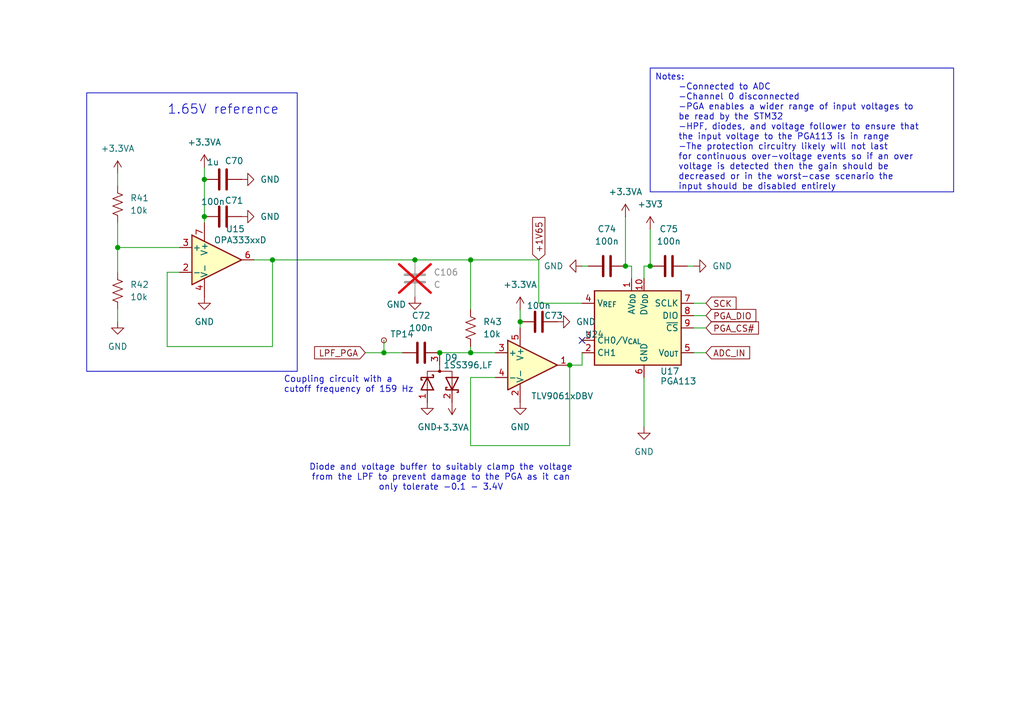
<source format=kicad_sch>
(kicad_sch (version 20231120) (generator "eeschema") (generator_version "8.0")
  (paper "A5")
  (title_block (title "RM") (date "2025-01-17") (rev "1.3") (company "Programmable Gain Amplifier"))
  (lib_symbols
    (symbol "UAM_symbols:C" (pin_numbers hide) (pin_names (offset 0.254))
      (property "Reference" "C" (at 0.635 2.54 0))
      (property "Value" "C" (at 0.635 -2.54 0))
      (symbol "C_0_1"
        (polyline (pts (xy -2.032 -0.762) (xy 2.032 -0.762)) (stroke (width 0.508)))
        (polyline (pts (xy -2.032 0.762) (xy 2.032 0.762)) (stroke (width 0.508)))
      )
      (symbol "C_1_1"
        (pin passive line (at 0 3.81 270) (length 2.794) (name "~") (number "1"))
        (pin passive line (at 0 -3.81 90) (length 2.794) (name "~") (number "2"))
      )
    )
    (symbol "UAM_symbols:D_Schottky_Dual_Series_AKC_Parallel" (pin_names (offset 0.762) hide)
      (property "Reference" "D" (at 0 5.08 0))
      (property "Value" "D_Schottky_Dual_Series_AKC_Parallel" (at 0 -5.08 0))
      (symbol "D_Schottky_Dual_Series_AKC_Parallel_0_1"
        (circle (center -1.27 0) (radius 0.254) (fill (type outline)))
        (polyline (pts (xy -1.27 0) (xy -2.54 0)))
        (polyline (pts (xy 2.54 2.54) (xy -1.27 2.54) (xy -1.27 -2.54) (xy 2.54 -2.54)))
        (polyline (pts (xy -0.508 -1.524) (xy -0.508 -1.27) (xy 0 -1.27) (xy 0 -3.81) (xy 0.508 -3.81) (xy 0.508 -3.556)) (stroke (width 0.254)))
        (polyline (pts (xy 0 3.81) (xy 2.54 2.54) (xy 0 1.27) (xy 0 3.81) (xy 0 3.81) (xy 0 3.81)) (stroke (width 0.254)))
        (polyline (pts (xy 2.54 -1.27) (xy 0 -2.54) (xy 2.54 -3.81) (xy 2.54 -1.27) (xy 2.54 -1.27) (xy 2.54 -1.27)) (stroke (width 0.254)))
        (polyline (pts (xy 3.048 3.556) (xy 3.048 3.81) (xy 2.54 3.81) (xy 2.54 1.27) (xy 2.032 1.27) (xy 2.032 1.524)) (stroke (width 0.254)))
        (pin passive line (at 5.08 -2.54 180) (length 2.54) (name "K") (number "1"))
        (pin passive line (at 5.08 2.54 180) (length 2.54) (name "K") (number "2"))
        (pin passive line (at -5.08 0 0) (length 2.54) (name "A") (number "3"))
      )
    )
    (symbol "UAM_symbols:OPA333xxD" (pin_names (offset 0.127))
      (property "Reference" "U" (at 0 6.35 0))
      (property "Value" "OPA333xxD" (at 0 3.81 0))
      (symbol "OPA333xxD_0_1"
        (polyline (pts (xy -5.08 5.08) (xy 5.08 0) (xy -5.08 -5.08) (xy -5.08 5.08)) (stroke (width 0.254)) (fill (type background)))
      )
      (symbol "OPA333xxD_1_1"
        (pin no_connect line (at -2.54 2.54 270) (length 2.54) hide (name "NC") (number "1"))
        (pin input line (at -7.62 -2.54 0) (length 2.54) (name "-") (number "2"))
        (pin input line (at -7.62 2.54 0) (length 2.54) (name "+") (number "3"))
        (pin power_in line (at -2.54 -7.62 90) (length 3.81) (name "V-") (number "4"))
        (pin no_connect line (at 0 2.54 270) (length 2.54) hide (name "NC") (number "5"))
        (pin output line (at 7.62 0 180) (length 2.54) (name "~") (number "6"))
        (pin power_in line (at -2.54 7.62 270) (length 3.81) (name "V+") (number "7"))
        (pin no_connect line (at 0 -2.54 90) (length 2.54) hide (name "NC") (number "8"))
      )
    )
    (symbol "UAM_symbols:PGA113"
      (property "Reference" "U" (at -8.89 8.89 0))
      (property "Value" "PGA113" (at 7.62 8.89 0))
      (symbol "PGA113_0_1"
        (rectangle (start -10.16 7.62) (end 7.62 -7.62) (stroke (width 0.254)) (fill (type background)))
      )
      (symbol "PGA113_1_1"
        (pin power_in line (at -2.54 10.16 270) (length 2.54) (name "AV_{DD}") (number "1"))
        (pin power_in line (at 0 10.16 270) (length 2.54) (name "DV_{DD}") (number "10"))
        (pin input line (at -12.7 -5.08 0) (length 2.54) (name "CH1") (number "2"))
        (pin input line (at -12.7 -2.54 0) (length 2.54) (name "CH0/V_{CAL}") (number "3"))
        (pin input line (at -12.7 5.08 0) (length 2.54) (name "V_{REF}") (number "4"))
        (pin output line (at 10.16 -5.08 180) (length 2.54) (name "V_{OUT}") (number "5"))
        (pin power_in line (at 0 -10.16 90) (length 2.54) (name "GND") (number "6"))
        (pin input line (at 10.16 5.08 180) (length 2.54) (name "SCLK") (number "7"))
        (pin bidirectional line (at 10.16 2.54 180) (length 2.54) (name "DIO") (number "8"))
        (pin input line (at 10.16 0 180) (length 2.54) (name "~{CS}") (number "9"))
      )
    )
    (symbol "UAM_symbols:R_US" (pin_numbers hide) (pin_names (offset 0))
      (property "Reference" "R" (at 2.54 0 90))
      (property "Value" "R_US" (at -2.54 0 90))
      (symbol "R_US_0_1"
        (polyline (pts (xy 0 -2.286) (xy 0 -2.54)))
        (polyline (pts (xy 0 2.286) (xy 0 2.54)))
        (polyline (pts (xy 0 -0.762) (xy 1.016 -1.143) (xy 0 -1.524) (xy -1.016 -1.905) (xy 0 -2.286)))
        (polyline (pts (xy 0 0.762) (xy 1.016 0.381) (xy 0 0) (xy -1.016 -0.381) (xy 0 -0.762)))
        (polyline (pts (xy 0 2.286) (xy 1.016 1.905) (xy 0 1.524) (xy -1.016 1.143) (xy 0 0.762)))
      )
      (symbol "R_US_1_1"
        (pin passive line (at 0 3.81 270) (length 1.27) (name "~") (number "1"))
        (pin passive line (at 0 -3.81 90) (length 1.27) (name "~") (number "2"))
      )
    )
    (symbol "UAM_symbols:TLV9061xDBV" (pin_names (offset 0.127))
      (property "Reference" "U" (at -1.27 6.35 0))
      (property "Value" "TLV9061xDBV" (at -1.27 3.81 0))
      (symbol "TLV9061xDBV_0_1"
        (polyline (pts (xy -5.08 5.08) (xy 5.08 0) (xy -5.08 -5.08) (xy -5.08 5.08)) (stroke (width 0.254)) (fill (type background)))
        (pin power_in line (at -2.54 -7.62 90) (length 3.81) (name "V-") (number "2"))
        (pin power_in line (at -2.54 7.62 270) (length 3.81) (name "V+") (number "5"))
      )
      (symbol "TLV9061xDBV_1_1"
        (pin output line (at 7.62 0 180) (length 2.54) (name "~") (number "1"))
        (pin input line (at -7.62 2.54 0) (length 2.54) (name "+") (number "3"))
        (pin input line (at -7.62 -2.54 0) (length 2.54) (name "-") (number "4"))
      )
    )
    (symbol "UAM_symbols:TestPoint_Small" (pin_numbers hide) (pin_names (offset 0.762) hide)
      (property "Reference" "TP" (at 0 3.81 0))
      (property "Value" "TestPoint_Small" (at 0 2.032 0))
      (symbol "TestPoint_Small_0_1"
        (circle (center 0 0) (radius 0.508))
      )
      (symbol "TestPoint_Small_1_1"
        (pin passive line (at 0 0 90) (length 0) (name "1") (number "1"))
      )
    )
    (symbol "power:+3.3V" (power) (pin_numbers hide) (pin_names (offset 0) hide)
      (property "Value" "+3.3V" (at 0 3.556 0))
      (symbol "+3.3V_0_1"
        (polyline (pts (xy -0.762 1.27) (xy 0 2.54)))
        (polyline (pts (xy 0 0) (xy 0 2.54)))
        (polyline (pts (xy 0 2.54) (xy 0.762 1.27)))
      )
      (symbol "+3.3V_1_1"
        (pin power_in line (at 0 0 90) (length 0) (name "~") (number "1"))
      )
    )
    (symbol "power:+3.3VA" (power) (pin_numbers hide) (pin_names (offset 0) hide)
      (property "Value" "+3.3VA" (at 0 3.556 0))
      (symbol "+3.3VA_0_1"
        (polyline (pts (xy -0.762 1.27) (xy 0 2.54)))
        (polyline (pts (xy 0 0) (xy 0 2.54)))
        (polyline (pts (xy 0 2.54) (xy 0.762 1.27)))
      )
      (symbol "+3.3VA_1_1"
        (pin power_in line (at 0 0 90) (length 0) (name "~") (number "1"))
      )
    )
    (symbol "power:+3V3" (power) (pin_numbers hide) (pin_names (offset 0) hide)
      (property "Value" "+3V3" (at 0 3.556 0))
      (symbol "+3V3_0_1"
        (polyline (pts (xy -0.762 1.27) (xy 0 2.54)))
        (polyline (pts (xy 0 0) (xy 0 2.54)))
        (polyline (pts (xy 0 2.54) (xy 0.762 1.27)))
      )
      (symbol "+3V3_1_1"
        (pin power_in line (at 0 0 90) (length 0) (name "~") (number "1"))
      )
    )
    (symbol "power:GND" (power) (pin_numbers hide) (pin_names (offset 0) hide)
      (property "Value" "GND" (at 0 -3.81 0))
      (symbol "GND_0_1"
        (polyline (pts (xy 0 0) (xy 0 -1.27) (xy 1.27 -1.27) (xy 0 -2.54) (xy -1.27 -1.27) (xy 0 -1.27)))
      )
      (symbol "GND_1_1"
        (pin power_in line (at 0 0 270) (length 0) (name "~") (number "1"))
      )
    )
  )
  (junction (at 24.13 50.8))
  (junction (at 90.17 72.39))
  (junction (at 96.52 72.39))
  (junction (at 41.91 44.45))
  (junction (at 41.91 36.83))
  (junction (at 106.68 66.04))
  (junction (at 96.52 53.34))
  (junction (at 78.74 72.39))
  (junction (at 116.84 74.93))
  (junction (at 133.35 54.61))
  (junction (at 128.27 54.61))
  (junction (at 85.09 53.34))
  (junction (at 55.88 53.34))
  (no_connect (at 119.38 69.85))
  (wire (pts (xy 144.78 67.31) (xy 142.24 67.31)))
  (wire (pts (xy 36.83 50.8) (xy 24.13 50.8)))
  (wire (pts (xy 24.13 50.8) (xy 24.13 55.88)))
  (wire (pts (xy 144.78 72.39) (xy 142.24 72.39)))
  (wire (pts (xy 78.74 72.39) (xy 82.55 72.39)))
  (wire (pts (xy 106.68 63.5) (xy 106.68 66.04)))
  (wire (pts (xy 34.29 71.12) (xy 55.88 71.12)))
  (wire (pts (xy 128.27 44.45) (xy 128.27 54.61)))
  (wire (pts (xy 119.38 54.61) (xy 120.65 54.61)))
  (wire (pts (xy 55.88 53.34) (xy 52.07 53.34)))
  (wire (pts (xy 96.52 72.39) (xy 101.6 72.39)))
  (wire (pts (xy 140.97 54.61) (xy 142.24 54.61)))
  (wire (pts (xy 96.52 71.12) (xy 96.52 72.39)))
  (wire (pts (xy 116.84 91.44) (xy 116.84 74.93)))
  (wire (pts (xy 24.13 35.56) (xy 24.13 38.1)))
  (wire (pts (xy 119.38 74.93) (xy 116.84 74.93)))
  (wire (pts (xy 55.88 53.34) (xy 55.88 71.12)))
  (wire (pts (xy 41.91 34.29) (xy 41.91 36.83)))
  (wire (pts (xy 110.49 53.34) (xy 110.49 62.23)))
  (wire (pts (xy 96.52 77.47) (xy 96.52 91.44)))
  (wire (pts (xy 85.09 53.34) (xy 96.52 53.34)))
  (wire (pts (xy 128.27 54.61) (xy 129.54 54.61)))
  (wire (pts (xy 133.35 46.99) (xy 133.35 54.61)))
  (wire (pts (xy 74.93 72.39) (xy 78.74 72.39)))
  (wire (pts (xy 144.78 62.23) (xy 142.24 62.23)))
  (wire (pts (xy 34.29 55.88) (xy 34.29 71.12)))
  (wire (pts (xy 110.49 62.23) (xy 119.38 62.23)))
  (wire (pts (xy 106.68 66.04) (xy 106.68 67.31)))
  (wire (pts (xy 129.54 54.61) (xy 129.54 57.15)))
  (wire (pts (xy 119.38 72.39) (xy 119.38 74.93)))
  (wire (pts (xy 36.83 55.88) (xy 34.29 55.88)))
  (wire (pts (xy 144.78 64.77) (xy 142.24 64.77)))
  (wire (pts (xy 132.08 77.47) (xy 132.08 87.63)))
  (wire (pts (xy 96.52 91.44) (xy 116.84 91.44)))
  (wire (pts (xy 41.91 36.83) (xy 41.91 44.45)))
  (wire (pts (xy 101.6 77.47) (xy 96.52 77.47)))
  (wire (pts (xy 24.13 63.5) (xy 24.13 66.04)))
  (wire (pts (xy 78.74 69.85) (xy 78.74 72.39)))
  (wire (pts (xy 133.35 54.61) (xy 132.08 54.61)))
  (wire (pts (xy 132.08 54.61) (xy 132.08 57.15)))
  (wire (pts (xy 96.52 53.34) (xy 110.49 53.34)))
  (wire (pts (xy 55.88 53.34) (xy 85.09 53.34)))
  (wire (pts (xy 96.52 53.34) (xy 96.52 63.5)))
  (wire (pts (xy 90.17 72.39) (xy 96.52 72.39)))
  (wire (pts (xy 24.13 50.8) (xy 24.13 45.72)))
  (wire (pts (xy 41.91 44.45) (xy 41.91 45.72)))
  (rectangle (start 17.78 19.05) (end 60.96 76.2))
  (text_box "Notes:\n	-Connected to ADC\n	-Channel 0 disconnected\n	-PGA enables a wider range of input voltages to\n	be read by the STM32\n	-HPF, diodes, and voltage follower to ensure that\n	the input voltage to the PGA113 is in range\n	-The protection circuitry likely will not last\n	for continuous over-voltage events so if an over\n	voltage is detected then the gain should be\n	decreased or in the worst-case scenario the\n	input should be disabled entirely\n" (at 133.35 13.97 0) (size 62.23 25.4) (effects (font (size 1.27 1.27)) (justify left top)))
  (text "1.65V reference" (at 34.29 22.606 0) (effects (font (size 1.905 1.905)) (justify left)))
  (text "Diode and voltage buffer to suitably clamp the voltage\nfrom the LPF to prevent damage to the PGA as it can\nonly tolerate -0.1 - 3.4V" (at 90.424 98.044 0) (effects (font (size 1.27 1.27))))
  (text "Coupling circuit with a \ncutoff frequency of 159 Hz" (at 58.166 78.994 0) (effects (font (size 1.27 1.27)) (justify left)))
  (global_label "SCK" (shape input) (at 144.78 62.23 0) (property "Intersheetrefs" "${INTERSHEET_REFS}" (effects (hide yes))))
  (global_label "PGA_CS#" (shape input) (at 144.78 67.31 0) (property "Intersheetrefs" "${INTERSHEET_REFS}" (effects (hide yes))))
  (global_label "ADC_IN" (shape input) (at 144.78 72.39 0) (property "Intersheetrefs" "${INTERSHEET_REFS}" (effects (hide yes))))
  (global_label "+1V65" (shape input) (at 110.49 53.34 90) (property "Intersheetrefs" "${INTERSHEET_REFS}" (effects (hide yes))))
  (global_label "PGA_DIO" (shape input) (at 144.78 64.77 0) (property "Intersheetrefs" "${INTERSHEET_REFS}" (effects (hide yes))))
  (global_label "LPF_PGA" (shape input) (at 74.93 72.39 180) (property "Intersheetrefs" "${INTERSHEET_REFS}" (effects (hide yes))))
  (symbol (lib_id "power:GND") (at 132.08 87.63 0) (unit 1)
    (property "Reference" "#PWR0121" (effects (hide yes)))
    (property "Value" "GND" (at 132.08 92.71 0))
    (property "Description" "Power symbol creates a global label with name \"GND\" , ground" (effects (hide yes)))
  )
  (symbol (lib_id "power:GND") (at 24.13 66.04 0) (unit 1)
    (property "Reference" "#PWR0111" (effects (hide yes)))
    (property "Value" "GND" (at 24.13 71.12 0))
    (property "Description" "Power symbol creates a global label with name \"GND\" , ground" (effects (hide yes)))
  )
  (symbol (lib_id "power:GND") (at 106.68 82.55 0) (unit 1)
    (property "Reference" "#PWR0117" (effects (hide yes)))
    (property "Value" "GND" (at 106.68 87.63 0))
    (property "Description" "Power symbol creates a global label with name \"GND\" , ground" (effects (hide yes)))
  )
  (symbol (lib_id "power:+3.3V") (at 41.91 34.29 0) (unit 1)
    (property "Reference" "#PWR0112" (effects (hide yes)))
    (property "Value" "+3.3VA" (at 41.91 29.21 0))
    (property "Description" "Power symbol creates a global label with name \"+3.3V\"" (effects (hide yes)))
  )
  (symbol (lib_id "power:GND") (at 119.38 54.61 270) (unit 1)
    (property "Reference" "#PWR0119" (effects (hide yes)))
    (property "Value" "GND" (at 115.57 54.6099 90) (effects (justify right)))
    (property "Description" "Power symbol creates a global label with name \"GND\" , ground" (effects (hide yes)))
  )
  (symbol (lib_id "UAM_symbols:C") (at 85.09 57.15 0) (unit 1) (in_bom no) (dnp yes)
    (property "Reference" "C106" (at 88.9 55.8799 0) (effects (justify left)))
    (property "Value" "C" (at 88.9 58.4199 0) (effects (justify left)))
    (property "Footprint" "Capacitor_SMD:C_0603_1608Metric_Pad1.08x0.95mm_HandSolder" (effects (hide yes)))
    (property "Description" "Unpolarized capacitor" (effects (hide yes)))
  )
  (symbol (lib_id "power:GND") (at 114.3 66.04 90) (unit 1)
    (property "Reference" "#PWR0118" (effects (hide yes)))
    (property "Value" "GND" (at 118.11 66.0399 90) (effects (justify right)))
    (property "Description" "Power symbol creates a global label with name \"GND\" , ground" (effects (hide yes)))
  )
  (symbol (lib_id "power:GND") (at 49.53 36.83 90) (unit 1)
    (property "Reference" "#PWR0165" (effects (hide yes)))
    (property "Value" "GND" (at 53.34 36.8299 90) (effects (justify right)))
    (property "Description" "Power symbol creates a global label with name \"GND\" , ground" (effects (hide yes)))
  )
  (symbol (lib_id "UAM_symbols:TestPoint_Small") (at 78.74 69.85 0) (unit 1)
    (property "Reference" "TP14" (at 80.01 68.5799 0) (effects (justify left)))
    (property "Value" "TestPoint_Small" (effects (hide yes)))
    (property "Footprint" "TestPoint:TestPoint_Pad_D1.0mm" (effects (hide yes)))
    (property "Description" "test point" (effects (hide yes)))
  )
  (symbol (lib_id "UAM_symbols:D_Schottky_Dual_Series_AKC_Parallel") (at 90.17 77.47 270) (unit 1)
    (property "Reference" "D9" (at 91.186 73.406 90) (effects (justify left)))
    (property "Value" "1SS396,LF" (at 90.932 74.93 90) (effects (justify left)))
    (property "Footprint" "Package_TO_SOT_SMD:SC-59_Handsoldering" (effects (hide yes)))
    (property "Description" "Dual Schottky diode, anode/cathode/center" (effects (hide yes)))
  )
  (symbol (lib_id "power:+3.3VA") (at 106.68 63.5 0) (unit 1)
    (property "Reference" "#PWR0116" (effects (hide yes)))
    (property "Value" "+3.3VA" (at 106.68 58.42 0))
    (property "Description" "Power symbol creates a global label with name \"+3.3VA\"" (effects (hide yes)))
  )
  (symbol (lib_id "UAM_symbols:R_US") (at 96.52 67.31 0) (unit 1)
    (property "Reference" "R43" (at 99.06 66.0399 0) (effects (justify left)))
    (property "Value" "10k" (at 99.06 68.5799 0) (effects (justify left)))
    (property "Footprint" "Resistor_SMD:R_0603_1608Metric_Pad0.98x0.95mm_HandSolder" (effects (hide yes)))
    (property "Description" "Resistor, US symbol" (effects (hide yes)))
  )
  (symbol (lib_id "UAM_symbols:OPA333xxD") (at 44.45 53.34 0) (unit 1)
    (property "Reference" "U15" (at 48.26 46.99 0))
    (property "Value" "OPA333xxD" (at 49.276 49.276 0))
    (property "Footprint" "Package_SO:SOIC-8_3.9x4.9mm_P1.27mm" (effects (hide yes)))
    (property "Datasheet" "http://www.ti.com/lit/ds/symlink/opa333.pdf" (effects (hide yes)))
    (property "Description" "Single 1.8V, microPower, CMOS Operational Amplifiers, Zero-Drift Series, SOIC-8" (effects (hide yes)))
  )
  (symbol (lib_id "UAM_symbols:C") (at 45.72 44.45 90) (unit 1)
    (property "Reference" "C71" (at 48.006 41.148 90))
    (property "Value" "100n" (at 43.688 41.402 90))
    (property "Footprint" "Capacitor_SMD:C_0603_1608Metric_Pad1.08x0.95mm_HandSolder" (effects (hide yes)))
    (property "Description" "Unpolarized capacitor" (effects (hide yes)))
  )
  (symbol (lib_id "power:+3.3VA") (at 92.71 82.55 180) (unit 1)
    (property "Reference" "#PWR0115" (effects (hide yes)))
    (property "Value" "+3.3VA" (at 92.71 87.7184 0))
    (property "Description" "Power symbol creates a global label with name \"+3.3VA\"" (effects (hide yes)))
  )
  (symbol (lib_id "UAM_symbols:C") (at 137.16 54.61 270) (unit 1)
    (property "Reference" "C75" (at 137.16 46.99 90))
    (property "Value" "100n" (at 137.16 49.53 90))
    (property "Footprint" "Capacitor_SMD:C_0603_1608Metric_Pad1.08x0.95mm_HandSolder" (effects (hide yes)))
    (property "Description" "Unpolarized capacitor" (effects (hide yes)))
  )
  (symbol (lib_id "UAM_symbols:C") (at 124.46 54.61 90) (unit 1)
    (property "Reference" "C74" (at 124.46 46.99 90))
    (property "Value" "100n" (at 124.46 49.53 90))
    (property "Footprint" "Capacitor_SMD:C_0603_1608Metric_Pad1.08x0.95mm_HandSolder" (effects (hide yes)))
    (property "Description" "Unpolarized capacitor" (effects (hide yes)))
  )
  (symbol (lib_id "UAM_symbols:R_US") (at 24.13 41.91 0) (unit 1)
    (property "Reference" "R41" (at 26.67 40.6399 0) (effects (justify left)))
    (property "Value" "10k" (at 26.67 43.1799 0) (effects (justify left)))
    (property "Footprint" "Resistor_SMD:R_0603_1608Metric_Pad0.98x0.95mm_HandSolder" (effects (hide yes)))
    (property "Description" "Resistor, US symbol" (effects (hide yes)))
  )
  (symbol (lib_id "power:+3.3VA") (at 24.13 35.56 0) (unit 1)
    (property "Reference" "#PWR0110" (effects (hide yes)))
    (property "Value" "+3.3VA" (at 24.13 30.48 0))
    (property "Description" "Power symbol creates a global label with name \"+3.3VA\"" (effects (hide yes)))
  )
  (symbol (lib_id "UAM_symbols:R_US") (at 24.13 59.69 0) (unit 1)
    (property "Reference" "R42" (at 26.67 58.4199 0) (effects (justify left)))
    (property "Value" "10k" (at 26.67 60.9599 0) (effects (justify left)))
    (property "Footprint" "Resistor_SMD:R_0603_1608Metric_Pad0.98x0.95mm_HandSolder" (effects (hide yes)))
    (property "Description" "Resistor, US symbol" (effects (hide yes)))
  )
  (symbol (lib_id "power:+3V3") (at 133.35 46.99 0) (unit 1)
    (property "Reference" "#PWR0122" (effects (hide yes)))
    (property "Value" "+3V3" (at 133.35 41.91 0))
    (property "Description" "Power symbol creates a global label with name \"+3V3\"" (effects (hide yes)))
  )
  (symbol (lib_id "power:GND") (at 142.24 54.61 90) (unit 1)
    (property "Reference" "#PWR0123" (effects (hide yes)))
    (property "Value" "GND" (at 146.05 54.6099 90) (effects (justify right)))
    (property "Description" "Power symbol creates a global label with name \"GND\" , ground" (effects (hide yes)))
  )
  (symbol (lib_id "power:GND") (at 49.53 44.45 90) (unit 1)
    (property "Reference" "#PWR0166" (effects (hide yes)))
    (property "Value" "GND" (at 53.34 44.4499 90) (effects (justify right)))
    (property "Description" "Power symbol creates a global label with name \"GND\" , ground" (effects (hide yes)))
  )
  (symbol (lib_id "UAM_symbols:C") (at 110.49 66.04 90) (unit 1)
    (property "Reference" "C73" (at 113.538 64.77 90))
    (property "Value" "100n" (at 110.49 62.738 90))
    (property "Footprint" "Capacitor_SMD:C_0603_1608Metric_Pad1.08x0.95mm_HandSolder" (effects (hide yes)))
    (property "Description" "Unpolarized capacitor" (effects (hide yes)))
  )
  (symbol (lib_id "UAM_symbols:C") (at 45.72 36.83 90) (unit 1)
    (property "Reference" "C70" (at 48.006 33.02 90))
    (property "Value" "1u" (at 43.688 33.274 90))
    (property "Footprint" "Capacitor_SMD:C_0603_1608Metric_Pad1.08x0.95mm_HandSolder" (effects (hide yes)))
    (property "Description" "Unpolarized capacitor" (effects (hide yes)))
  )
  (symbol (lib_id "power:+3.3VA") (at 128.27 44.45 0) (unit 1)
    (property "Reference" "#PWR0120" (effects (hide yes)))
    (property "Value" "+3.3VA" (at 128.27 39.37 0))
    (property "Description" "Power symbol creates a global label with name \"+3.3VA\"" (effects (hide yes)))
  )
  (symbol (lib_id "power:GND") (at 41.91 60.96 0) (unit 1)
    (property "Reference" "#PWR0113" (effects (hide yes)))
    (property "Value" "GND" (at 41.91 66.04 0))
    (property "Description" "Power symbol creates a global label with name \"GND\" , ground" (effects (hide yes)))
  )
  (symbol (lib_id "UAM_symbols:C") (at 86.36 72.39 90) (unit 1)
    (property "Reference" "C72" (at 86.36 64.77 90))
    (property "Value" "100n" (at 86.36 67.31 90))
    (property "Footprint" "Capacitor_SMD:C_0603_1608Metric_Pad1.08x0.95mm_HandSolder" (effects (hide yes)))
    (property "Description" "Unpolarized capacitor" (effects (hide yes)))
  )
  (symbol (lib_id "UAM_symbols:PGA113") (at 132.08 67.31 0) (unit 1)
    (property "Reference" "U17" (at 135.382 76.2 0) (effects (justify left)))
    (property "Value" "PGA113" (at 135.382 78.232 0) (effects (justify left)))
    (property "Footprint" "Package_SO:TSSOP-10_3x3mm_P0.5mm" (effects (hide yes)))
    (property "Datasheet" "http://www.ti.com/lit/ds/sbos424c/sbos424c.pdf" (effects (hide yes)))
    (property "Description" "Zero-Drift Programmable Gain Amplifier With Mux, x1/x2/x5/x10/x20/x50/x100/x200 gains, VSSOP-10" (effects (hide yes)))
  )
  (symbol (lib_id "UAM_symbols:TLV9061xDBV") (at 109.22 74.93 0) (unit 1)
    (property "Reference" "U24" (at 121.92 68.6114 0))
    (property "Value" "TLV9061xDBV" (at 115.316 81.28 0))
    (property "Footprint" "Package_TO_SOT_SMD:SOT-23-5" (effects (hide yes)))
    (property "Datasheet" "https://www.ti.com/lit/ds/symlink/tlv9061.pdf" (effects (hide yes)))
    (property "Description" "10-MHz, RRIO, CMOS Operational Amplifiers for Cost-Sensitive Systems, SOT-23-5" (effects (hide yes)))
  )
  (symbol (lib_id "power:GND") (at 87.63 82.55 0) (unit 1)
    (property "Reference" "#PWR0114" (effects (hide yes)))
    (property "Value" "GND" (at 87.63 87.63 0))
    (property "Description" "Power symbol creates a global label with name \"GND\" , ground" (effects (hide yes)))
  )
  (symbol (lib_id "power:GND") (at 85.09 60.96 0) (unit 1)
    (property "Reference" "#PWR0168" (effects (hide yes)))
    (property "Value" "GND" (at 81.28 62.484 0))
    (property "Description" "Power symbol creates a global label with name \"GND\" , ground" (effects (hide yes)))
  )
)
</source>
